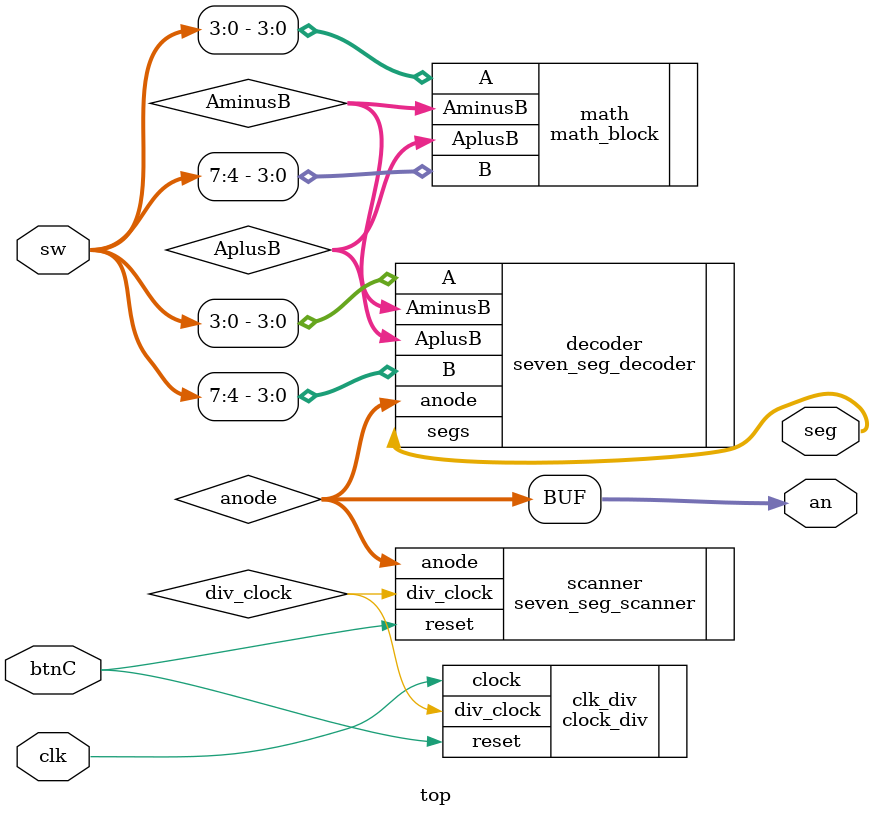
<source format=v>
module top
#(
    parameter DIVIDE_BY = 17 // Use this when passing in to your clock div!
    // The test bench will set it appropriately for testing
)
(
    input [7:0] sw, // A and B
    input clk, // 100 MHz board clock
    input btnC, // Reset
    output [3:0] an, // 7seg anodes
    output [6:0] seg // 7seg segments
);

    // wires
    wire div_clock;
    wire [3:0] AplusB;
    wire [3:0] AminusB;
    wire [3:0] anode;


    // Instantiate the clock divider...
    clock_div #(.DIVIDE_BY(DIVIDE_BY)) clk_div(
        .clock(clk),
        .reset(btnC),
        .div_clock(div_clock)
    );
    // ... wire it up to the scanner
    seven_seg_scanner scanner(
        .div_clock(div_clock),
        .reset(btnC),
        .anode(anode)
    );
    // ... wire the scanner to the decoder
    seven_seg_decoder decoder(
        .A(sw[3:0]),
        .B(sw[7:4]),
        .AplusB(AplusB),
        .AminusB(AminusB),
        .anode(anode),
        .segs(seg)
    );

    // Wire up the math block into the decoder
    math_block math(
        .A(sw[3:0]),
        .B(sw[7:4]),
        .AplusB(AplusB),
        .AminusB(AminusB)
    );

    // Do not forget to wire up resets!!
    assign an = anode;

endmodule
</source>
